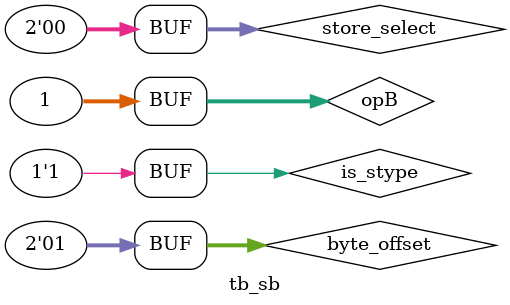
<source format=v>
`timescale 1ns / 1ps


module tb_sb();
    reg [31:0] opB;
    reg [1:0] byte_offset;
    reg [1:0] store_select;
    reg is_stype;
    
    wire [31:0] data;
    wire [3:0] dm_write;
    
    storeblock UUT(
        .opB(opB),
        .byte_offset(byte_offset),
        .store_select(store_select),
        .is_stype(is_stype),
        .data(data),
        .dm_write(dm_write)
    );
    
    initial begin
        opB = 32'd1;    //not s type
        byte_offset = 2'd0;
        store_select = 2'd2;
        is_stype = 1'd0;
        #100 
        byte_offset = 2'd0; //sw zero offset
        store_select = 2'd2;
        is_stype = 1'd1;
        #100    //sw 1 offset
        byte_offset = 2'd1;
        store_select = 2'd2;
        is_stype = 1'd1;
        #100    //sw 2 offset
        byte_offset = 2'd2;
        store_select = 2'd2;
        is_stype = 1'd1;
        #100    //sw 3 offset
        byte_offset = 2'd3;
        store_select = 2'd2;
        is_stype = 1'd1;
        #100    //sh 0 offset
        byte_offset = 2'd0;
        store_select = 2'd1;
        is_stype = 1'd1;
        #100    //sh 3 offset
        byte_offset = 2'd3;
        store_select = 2'd1;
        is_stype = 1'd1;
        #100    //sb 0 offset
        byte_offset = 2'd3;
        store_select = 2'd0;
        is_stype = 1'd1;
        #100    //sb 1 offset
        byte_offset = 2'd1;
        store_select = 2'd0;
        is_stype = 1'd1;
    end

endmodule

</source>
